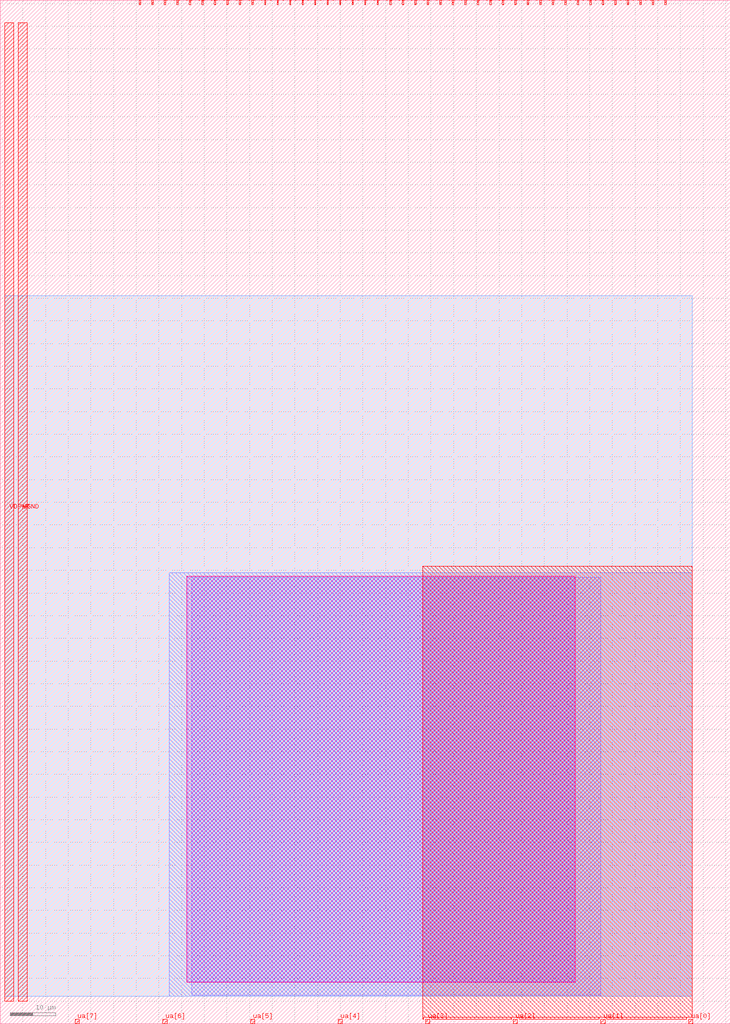
<source format=lef>
VERSION 5.7 ;
  NOWIREEXTENSIONATPIN ON ;
  DIVIDERCHAR "/" ;
  BUSBITCHARS "[]" ;
MACRO tt_um_jyblue1001_pll
  CLASS BLOCK ;
  FOREIGN tt_um_jyblue1001_pll ;
  ORIGIN 0.000 0.000 ;
  SIZE 161.000 BY 225.760 ;
  PIN clk
    DIRECTION INPUT ;
    USE SIGNAL ;
    PORT
      LAYER met4 ;
        RECT 143.840 224.760 144.140 225.760 ;
    END
  END clk
  PIN ena
    DIRECTION INPUT ;
    USE SIGNAL ;
    PORT
      LAYER met4 ;
        RECT 146.600 224.760 146.900 225.760 ;
    END
  END ena
  PIN rst_n
    DIRECTION INPUT ;
    USE SIGNAL ;
    PORT
      LAYER met4 ;
        RECT 141.080 224.760 141.380 225.760 ;
    END
  END rst_n
  PIN ua[0]
    DIRECTION INOUT ;
    USE SIGNAL ;
    ANTENNAGATEAREA 0.450000 ;
    PORT
      LAYER met4 ;
        RECT 151.810 0.000 152.710 1.000 ;
    END
  END ua[0]
  PIN ua[1]
    DIRECTION INOUT ;
    USE SIGNAL ;
    ANTENNAGATEAREA 0.705000 ;
    ANTENNADIFFAREA 1.200000 ;
    PORT
      LAYER met4 ;
        RECT 132.490 0.000 133.390 1.000 ;
    END
  END ua[1]
  PIN ua[2]
    DIRECTION INOUT ;
    USE SIGNAL ;
    PORT
      LAYER met4 ;
        RECT 113.170 0.000 114.070 1.000 ;
    END
  END ua[2]
  PIN ua[3]
    DIRECTION INOUT ;
    USE SIGNAL ;
    PORT
      LAYER met4 ;
        RECT 93.850 0.000 94.750 1.000 ;
    END
  END ua[3]
  PIN ua[4]
    DIRECTION INOUT ;
    USE SIGNAL ;
    PORT
      LAYER met4 ;
        RECT 74.530 0.000 75.430 1.000 ;
    END
  END ua[4]
  PIN ua[5]
    DIRECTION INOUT ;
    USE SIGNAL ;
    PORT
      LAYER met4 ;
        RECT 55.210 0.000 56.110 1.000 ;
    END
  END ua[5]
  PIN ua[6]
    DIRECTION INOUT ;
    USE SIGNAL ;
    PORT
      LAYER met4 ;
        RECT 35.890 0.000 36.790 1.000 ;
    END
  END ua[6]
  PIN ua[7]
    DIRECTION INOUT ;
    USE SIGNAL ;
    PORT
      LAYER met4 ;
        RECT 16.570 0.000 17.470 1.000 ;
    END
  END ua[7]
  PIN ui_in[0]
    DIRECTION INPUT ;
    USE SIGNAL ;
    PORT
      LAYER met4 ;
        RECT 138.320 224.760 138.620 225.760 ;
    END
  END ui_in[0]
  PIN ui_in[1]
    DIRECTION INPUT ;
    USE SIGNAL ;
    PORT
      LAYER met4 ;
        RECT 135.560 224.760 135.860 225.760 ;
    END
  END ui_in[1]
  PIN ui_in[2]
    DIRECTION INPUT ;
    USE SIGNAL ;
    PORT
      LAYER met4 ;
        RECT 132.800 224.760 133.100 225.760 ;
    END
  END ui_in[2]
  PIN ui_in[3]
    DIRECTION INPUT ;
    USE SIGNAL ;
    PORT
      LAYER met4 ;
        RECT 130.040 224.760 130.340 225.760 ;
    END
  END ui_in[3]
  PIN ui_in[4]
    DIRECTION INPUT ;
    USE SIGNAL ;
    PORT
      LAYER met4 ;
        RECT 127.280 224.760 127.580 225.760 ;
    END
  END ui_in[4]
  PIN ui_in[5]
    DIRECTION INPUT ;
    USE SIGNAL ;
    PORT
      LAYER met4 ;
        RECT 124.520 224.760 124.820 225.760 ;
    END
  END ui_in[5]
  PIN ui_in[6]
    DIRECTION INPUT ;
    USE SIGNAL ;
    PORT
      LAYER met4 ;
        RECT 121.760 224.760 122.060 225.760 ;
    END
  END ui_in[6]
  PIN ui_in[7]
    DIRECTION INPUT ;
    USE SIGNAL ;
    PORT
      LAYER met4 ;
        RECT 119.000 224.760 119.300 225.760 ;
    END
  END ui_in[7]
  PIN uio_in[0]
    DIRECTION INPUT ;
    USE SIGNAL ;
    PORT
      LAYER met4 ;
        RECT 116.240 224.760 116.540 225.760 ;
    END
  END uio_in[0]
  PIN uio_in[1]
    DIRECTION INPUT ;
    USE SIGNAL ;
    PORT
      LAYER met4 ;
        RECT 113.480 224.760 113.780 225.760 ;
    END
  END uio_in[1]
  PIN uio_in[2]
    DIRECTION INPUT ;
    USE SIGNAL ;
    PORT
      LAYER met4 ;
        RECT 110.720 224.760 111.020 225.760 ;
    END
  END uio_in[2]
  PIN uio_in[3]
    DIRECTION INPUT ;
    USE SIGNAL ;
    PORT
      LAYER met4 ;
        RECT 107.960 224.760 108.260 225.760 ;
    END
  END uio_in[3]
  PIN uio_in[4]
    DIRECTION INPUT ;
    USE SIGNAL ;
    PORT
      LAYER met4 ;
        RECT 105.200 224.760 105.500 225.760 ;
    END
  END uio_in[4]
  PIN uio_in[5]
    DIRECTION INPUT ;
    USE SIGNAL ;
    PORT
      LAYER met4 ;
        RECT 102.440 224.760 102.740 225.760 ;
    END
  END uio_in[5]
  PIN uio_in[6]
    DIRECTION INPUT ;
    USE SIGNAL ;
    PORT
      LAYER met4 ;
        RECT 99.680 224.760 99.980 225.760 ;
    END
  END uio_in[6]
  PIN uio_in[7]
    DIRECTION INPUT ;
    USE SIGNAL ;
    PORT
      LAYER met4 ;
        RECT 96.920 224.760 97.220 225.760 ;
    END
  END uio_in[7]
  PIN uio_oe[0]
    DIRECTION OUTPUT ;
    USE SIGNAL ;
    PORT
      LAYER met4 ;
        RECT 50.000 224.760 50.300 225.760 ;
    END
  END uio_oe[0]
  PIN uio_oe[1]
    DIRECTION OUTPUT ;
    USE SIGNAL ;
    PORT
      LAYER met4 ;
        RECT 47.240 224.760 47.540 225.760 ;
    END
  END uio_oe[1]
  PIN uio_oe[2]
    DIRECTION OUTPUT ;
    USE SIGNAL ;
    PORT
      LAYER met4 ;
        RECT 44.480 224.760 44.780 225.760 ;
    END
  END uio_oe[2]
  PIN uio_oe[3]
    DIRECTION OUTPUT ;
    USE SIGNAL ;
    PORT
      LAYER met4 ;
        RECT 41.720 224.760 42.020 225.760 ;
    END
  END uio_oe[3]
  PIN uio_oe[4]
    DIRECTION OUTPUT ;
    USE SIGNAL ;
    PORT
      LAYER met4 ;
        RECT 38.960 224.760 39.260 225.760 ;
    END
  END uio_oe[4]
  PIN uio_oe[5]
    DIRECTION OUTPUT ;
    USE SIGNAL ;
    PORT
      LAYER met4 ;
        RECT 36.200 224.760 36.500 225.760 ;
    END
  END uio_oe[5]
  PIN uio_oe[6]
    DIRECTION OUTPUT ;
    USE SIGNAL ;
    PORT
      LAYER met4 ;
        RECT 33.440 224.760 33.740 225.760 ;
    END
  END uio_oe[6]
  PIN uio_oe[7]
    DIRECTION OUTPUT ;
    USE SIGNAL ;
    PORT
      LAYER met4 ;
        RECT 30.680 224.760 30.980 225.760 ;
    END
  END uio_oe[7]
  PIN uio_out[0]
    DIRECTION OUTPUT ;
    USE SIGNAL ;
    PORT
      LAYER met4 ;
        RECT 72.080 224.760 72.380 225.760 ;
    END
  END uio_out[0]
  PIN uio_out[1]
    DIRECTION OUTPUT ;
    USE SIGNAL ;
    PORT
      LAYER met4 ;
        RECT 69.320 224.760 69.620 225.760 ;
    END
  END uio_out[1]
  PIN uio_out[2]
    DIRECTION OUTPUT ;
    USE SIGNAL ;
    PORT
      LAYER met4 ;
        RECT 66.560 224.760 66.860 225.760 ;
    END
  END uio_out[2]
  PIN uio_out[3]
    DIRECTION OUTPUT ;
    USE SIGNAL ;
    PORT
      LAYER met4 ;
        RECT 63.800 224.760 64.100 225.760 ;
    END
  END uio_out[3]
  PIN uio_out[4]
    DIRECTION OUTPUT ;
    USE SIGNAL ;
    PORT
      LAYER met4 ;
        RECT 61.040 224.760 61.340 225.760 ;
    END
  END uio_out[4]
  PIN uio_out[5]
    DIRECTION OUTPUT ;
    USE SIGNAL ;
    PORT
      LAYER met4 ;
        RECT 58.280 224.760 58.580 225.760 ;
    END
  END uio_out[5]
  PIN uio_out[6]
    DIRECTION OUTPUT ;
    USE SIGNAL ;
    PORT
      LAYER met4 ;
        RECT 55.520 224.760 55.820 225.760 ;
    END
  END uio_out[6]
  PIN uio_out[7]
    DIRECTION OUTPUT ;
    USE SIGNAL ;
    PORT
      LAYER met4 ;
        RECT 52.760 224.760 53.060 225.760 ;
    END
  END uio_out[7]
  PIN uo_out[0]
    DIRECTION OUTPUT ;
    USE SIGNAL ;
    PORT
      LAYER met4 ;
        RECT 94.160 224.760 94.460 225.760 ;
    END
  END uo_out[0]
  PIN uo_out[1]
    DIRECTION OUTPUT ;
    USE SIGNAL ;
    PORT
      LAYER met4 ;
        RECT 91.400 224.760 91.700 225.760 ;
    END
  END uo_out[1]
  PIN uo_out[2]
    DIRECTION OUTPUT ;
    USE SIGNAL ;
    PORT
      LAYER met4 ;
        RECT 88.640 224.760 88.940 225.760 ;
    END
  END uo_out[2]
  PIN uo_out[3]
    DIRECTION OUTPUT ;
    USE SIGNAL ;
    PORT
      LAYER met4 ;
        RECT 85.880 224.760 86.180 225.760 ;
    END
  END uo_out[3]
  PIN uo_out[4]
    DIRECTION OUTPUT ;
    USE SIGNAL ;
    PORT
      LAYER met4 ;
        RECT 83.120 224.760 83.420 225.760 ;
    END
  END uo_out[4]
  PIN uo_out[5]
    DIRECTION OUTPUT ;
    USE SIGNAL ;
    PORT
      LAYER met4 ;
        RECT 80.360 224.760 80.660 225.760 ;
    END
  END uo_out[5]
  PIN uo_out[6]
    DIRECTION OUTPUT ;
    USE SIGNAL ;
    PORT
      LAYER met4 ;
        RECT 77.600 224.760 77.900 225.760 ;
    END
  END uo_out[6]
  PIN uo_out[7]
    DIRECTION OUTPUT ;
    USE SIGNAL ;
    PORT
      LAYER met4 ;
        RECT 74.840 224.760 75.140 225.760 ;
    END
  END uo_out[7]
  PIN VDPWR
    DIRECTION INOUT ;
    USE POWER ;
    PORT
      LAYER met4 ;
        RECT 1.000 5.000 3.000 220.760 ;
    END
  END VDPWR
  PIN VGND
    DIRECTION INOUT ;
    USE GROUND ;
    PORT
      LAYER met4 ;
        RECT 4.000 5.000 6.000 220.760 ;
    END
  END VGND
  OBS
      LAYER nwell ;
        RECT 41.135 9.200 126.800 98.665 ;
      LAYER li1 ;
        RECT 41.315 9.300 126.600 98.500 ;
      LAYER met1 ;
        RECT 42.250 6.300 132.400 98.500 ;
      LAYER met2 ;
        RECT 37.300 6.100 152.650 99.450 ;
      LAYER met3 ;
        RECT 1.000 6.100 152.650 160.550 ;
      LAYER met4 ;
        RECT 93.200 1.400 152.650 100.900 ;
        RECT 93.200 1.000 93.450 1.400 ;
        RECT 95.150 1.000 112.770 1.400 ;
        RECT 114.470 1.000 132.090 1.400 ;
        RECT 133.790 1.000 151.410 1.400 ;
  END
END tt_um_jyblue1001_pll
END LIBRARY


</source>
